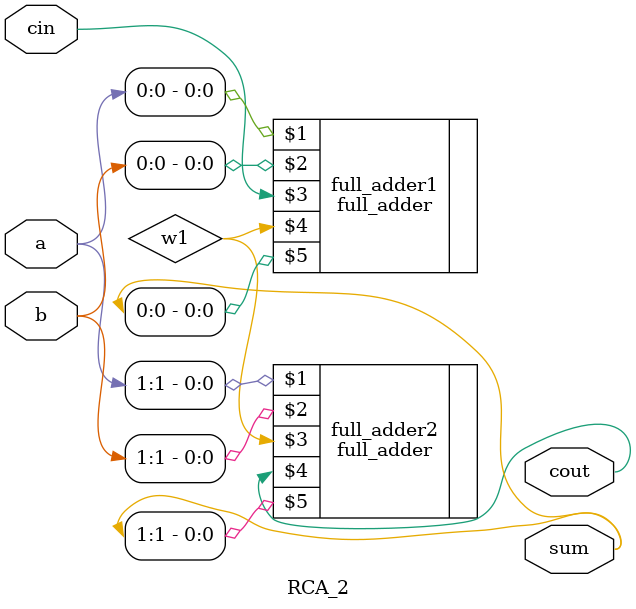
<source format=v>
module RCA_2(a,b,cin,cout,sum);
	input[1:0] a,b;
	input cin;
	output cout;
	output[1:0] sum;
	wire w1;
	full_adder full_adder1(a[0],b[0],cin,w1,sum[0]);
	full_adder full_adder2(a[1],b[1],w1,cout,sum[1]);
endmodule
	
	
</source>
